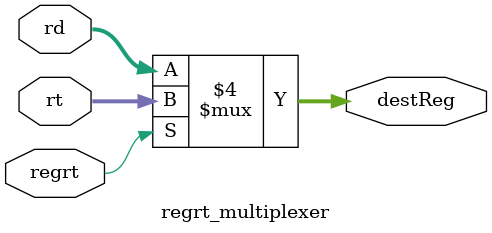
<source format=v>
`timescale 1ns / 1ps


module regrt_multiplexer(
    input wire [4:0] rt,
    input wire [4:0] rd,
    input wire regrt,
    output reg [4:0] destReg
    ); 
    always @(*) begin
        if (regrt == 0) begin
            destReg <= rd;
        end
        else begin
            destReg <= rt;
        end
    end
endmodule

</source>
